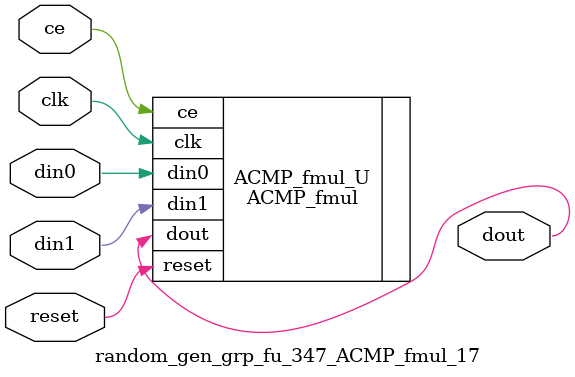
<source format=v>

`timescale 1 ns / 1 ps
module random_gen_grp_fu_347_ACMP_fmul_17(
    clk,
    reset,
    ce,
    din0,
    din1,
    dout);

parameter ID = 32'd1;
parameter NUM_STAGE = 32'd1;
parameter din0_WIDTH = 32'd1;
parameter din1_WIDTH = 32'd1;
parameter dout_WIDTH = 32'd1;
input clk;
input reset;
input ce;
input[din0_WIDTH - 1:0] din0;
input[din1_WIDTH - 1:0] din1;
output[dout_WIDTH - 1:0] dout;



ACMP_fmul #(
.ID( ID ),
.NUM_STAGE( 4 ),
.din0_WIDTH( din0_WIDTH ),
.din1_WIDTH( din1_WIDTH ),
.dout_WIDTH( dout_WIDTH ))
ACMP_fmul_U(
    .clk( clk ),
    .reset( reset ),
    .ce( ce ),
    .din0( din0 ),
    .din1( din1 ),
    .dout( dout ));

endmodule

</source>
